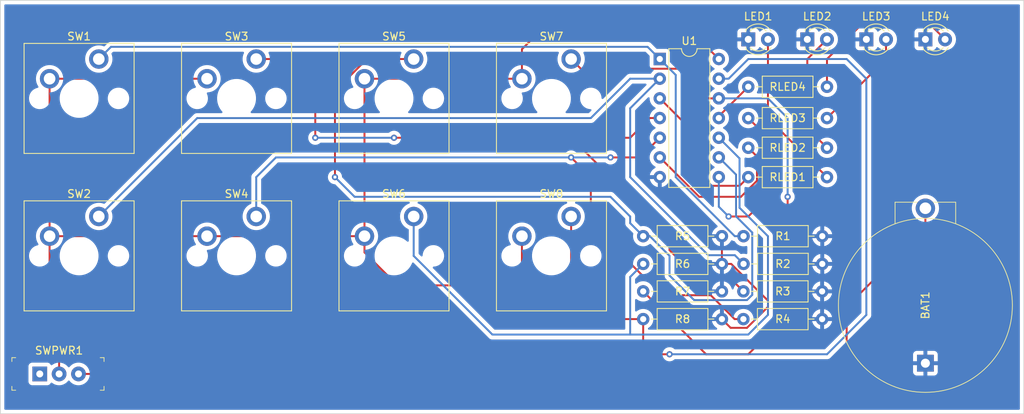
<source format=kicad_pcb>
(kicad_pcb (version 20211014) (generator pcbnew)
  (layers (0 "F.Cu" signal) (31 "B.Cu" signal) (34 "B.Paste" user) (35 "F.Paste" user) (36 "B.SilkS" user "B.Silkscreen") (37 "F.SilkS" user "F.Silkscreen") (38 "B.Mask" user) (39 "F.Mask" user) (44 "Edge.Cuts" user))
  (net 0 "")
  (net 1 "GND")
  (net 2 "+3.3V")
  (net 3 "Net-(LED1-Pad2)")
  (net 4 "Net-(LED2-Pad2)")
  (net 5 "Net-(LED3-Pad2)")
  (net 6 "Net-(LED4-Pad2)")
  (net 7 "Net-(RLED1-Pad1)")
  (net 8 "Net-(RLED2-Pad1)")
  (net 9 "Net-(RLED3-Pad1)")
  (net 10 "Net-(RLED4-Pad1)")
  (net 11 "Net-(U1-Pad1)")
  (net 12 "Net-(U1-Pad2)")
  (net 13 "Net-(U1-Pad4)")
  (net 14 "Net-(U1-Pad5)")
  (net 15 "Net-(U1-Pad9)")
  (net 16 "Net-(U1-Pad10)")
  (net 17 "Net-(U1-Pad12)")
  (net 18 "Net-(U1-Pad13)")
  (net 19 "Net-(BAT1-PadPos)")
  (footprint "Resistor_THT:R_Axial_DIN0207_L6.3mm_D2.5mm_P10.16mm_Horizontal" (layer "F.Cu") (at 127 52.09)
    (fp_text reference "RLED2" (at 5.08 0) (layer "F.SilkS"))
    (fp_text value "120")
    (fp_line (start 1.81 1.37) (end 8.35 1.37) (layer "F.SilkS") (width 0.12))
    (fp_line (start 9.12 0) (end 8.35 0) (layer "F.SilkS") (width 0.12))
    (fp_line (start 1.04 0) (end 1.81 0) (layer "F.SilkS") (width 0.12))
    (fp_line (start 8.35 -1.37) (end 1.81 -1.37) (layer "F.SilkS") (width 0.12))
    (fp_line (start 8.35 1.37) (end 8.35 -1.37) (layer "F.SilkS") (width 0.12))
    (fp_line (start 1.81 -1.37) (end 1.81 1.37) (layer "F.SilkS") (width 0.12))
    (pad "1" thru_hole circle (at 0 0) (size 1.6 1.6) (drill 0.8) (layers *.Cu *.Mask) (net 8 "Net-(RLED2-Pad1)"))
    (pad "2" thru_hole oval (at 10.16 0) (size 1.6 1.6) (drill 0.8) (layers *.Cu *.Mask) (net 4 "Net-(LED2-Pad2)"))
  )
  (footprint "Switch_Keyboard_Cherry_MX:SW_Cherry_MX_PCB_1.00u" (layer "F.Cu") (at 81.28 66.04)
    (fp_text reference "SW6" (at 0 -8) (layer "F.SilkS"))
    (fp_text value "SW_Push")
    (fp_line (start -7.1 -7.1) (end -7.1 7.1) (layer "F.SilkS") (width 0.12))
    (fp_line (start 7.1 -7.1) (end -7.1 -7.1) (layer "F.SilkS") (width 0.12))
    (fp_line (start 7.1 7.1) (end 7.1 -7.1) (layer "F.SilkS") (width 0.12))
    (fp_line (start -7.1 7.1) (end 7.1 7.1) (layer "F.SilkS") (width 0.12))
    (pad "" np_thru_hole circle locked (at 0 0) (size 4 4) (drill 4) (layers *.Cu *.Mask))
    (pad "" np_thru_hole circle locked (at 5.08 0) (size 1.75 1.75) (drill 1.75) (layers *.Cu *.Mask))
    (pad "" np_thru_hole circle locked (at -5.08 0) (size 1.75 1.75) (drill 1.75) (layers *.Cu *.Mask))
    (pad "1" thru_hole circle locked (at -3.81 -2.54) (size 2.5 2.5) (drill 1.5) (layers *.Cu *.Mask) (net 2 "+3.3V"))
    (pad "2" thru_hole circle locked (at 2.54 -5.08) (size 2.5 2.5) (drill 1.5) (layers *.Cu *.Mask) (net 16 "Net-(U1-Pad10)"))
  )
  (footprint "Switch_Keyboard_Cherry_MX:SW_Cherry_MX_PCB_1.00u" (layer "F.Cu") (at 60.96 66.04)
    (fp_text reference "SW4" (at 0 -8) (layer "F.SilkS"))
    (fp_text value "SW_Push")
    (fp_line (start -7.1 7.1) (end 7.1 7.1) (layer "F.SilkS") (width 0.12))
    (fp_line (start 7.1 7.1) (end 7.1 -7.1) (layer "F.SilkS") (width 0.12))
    (fp_line (start -7.1 -7.1) (end -7.1 7.1) (layer "F.SilkS") (width 0.12))
    (fp_line (start 7.1 -7.1) (end -7.1 -7.1) (layer "F.SilkS") (width 0.12))
    (pad "" np_thru_hole circle locked (at 5.08 0) (size 1.75 1.75) (drill 1.75) (layers *.Cu *.Mask))
    (pad "" np_thru_hole circle locked (at -5.08 0) (size 1.75 1.75) (drill 1.75) (layers *.Cu *.Mask))
    (pad "" np_thru_hole circle locked (at 0 0) (size 4 4) (drill 4) (layers *.Cu *.Mask))
    (pad "1" thru_hole circle locked (at -3.81 -2.54) (size 2.5 2.5) (drill 1.5) (layers *.Cu *.Mask) (net 2 "+3.3V"))
    (pad "2" thru_hole circle locked (at 2.54 -5.08) (size 2.5 2.5) (drill 1.5) (layers *.Cu *.Mask) (net 14 "Net-(U1-Pad5)"))
  )
  (footprint "digikey-footprints:Switch_Slide_11.6x4mm_EG1218" (layer "F.Cu") (at 35.56 81.28)
    (fp_text reference "SWPWR1" (at 2.49 -3.02) (layer "F.SilkS"))
    (fp_text value "SW_SPDT")
    (fp_line (start 8.3 -2.1) (end 7.8 -2.1) (layer "F.SilkS") (width 0.1))
    (fp_line (start 8.3 2.1) (end 8.3 1.6) (layer "F.SilkS") (width 0.1))
    (fp_line (start 8.3 2.1) (end 7.8 2.1) (layer "F.SilkS") (width 0.1))
    (fp_line (start 8.3 -2.1) (end 8.3 -1.6) (layer "F.SilkS") (width 0.1))
    (fp_line (start -3.6 2.1) (end -3.6 1.6) (layer "F.SilkS") (width 0.1))
    (fp_line (start -3.6 2.1) (end -3.1 2.1) (layer "F.SilkS") (width 0.1))
    (fp_line (start -3.6 -2.1) (end -3.1 -2.1) (layer "F.SilkS") (width 0.1))
    (fp_line (start -3.6 -2.1) (end -3.6 -1.6) (layer "F.SilkS") (width 0.1))
    (pad "1" thru_hole rect locked (at 0 0) (size 1.9 1.9) (drill 0.9) (layers *.Cu *.Mask))
    (pad "2" thru_hole circle locked (at 2.5 0) (size 1.9 1.9) (drill 0.9) (layers *.Cu *.Mask) (net 2 "+3.3V"))
    (pad "3" thru_hole circle locked (at 5 0) (size 1.9 1.9) (drill 0.9) (layers *.Cu *.Mask) (net 19 "Net-(BAT1-PadPos)"))
  )
  (footprint "Switch_Keyboard_Cherry_MX:SW_Cherry_MX_PCB_1.00u" (layer "F.Cu") (at 40.64 45.72)
    (fp_text reference "SW1" (at 0 -8) (layer "F.SilkS"))
    (fp_text value "SW_Push")
    (fp_line (start -7.1 7.1) (end 7.1 7.1) (layer "F.SilkS") (width 0.12))
    (fp_line (start 7.1 -7.1) (end -7.1 -7.1) (layer "F.SilkS") (width 0.12))
    (fp_line (start -7.1 -7.1) (end -7.1 7.1) (layer "F.SilkS") (width 0.12))
    (fp_line (start 7.1 7.1) (end 7.1 -7.1) (layer "F.SilkS") (width 0.12))
    (pad "" np_thru_hole circle locked (at -5.08 0) (size 1.75 1.75) (drill 1.75) (layers *.Cu *.Mask))
    (pad "" np_thru_hole circle locked (at 5.08 0) (size 1.75 1.75) (drill 1.75) (layers *.Cu *.Mask))
    (pad "" np_thru_hole circle locked (at 0 0) (size 4 4) (drill 4) (layers *.Cu *.Mask))
    (pad "1" thru_hole circle locked (at -3.81 -2.54) (size 2.5 2.5) (drill 1.5) (layers *.Cu *.Mask) (net 2 "+3.3V"))
    (pad "2" thru_hole circle locked (at 2.54 -5.08) (size 2.5 2.5) (drill 1.5) (layers *.Cu *.Mask) (net 11 "Net-(U1-Pad1)"))
  )
  (footprint "Switch_Keyboard_Cherry_MX:SW_Cherry_MX_PCB_1.00u" (layer "F.Cu") (at 81.28 45.72)
    (fp_text reference "SW5" (at 0 -8) (layer "F.SilkS"))
    (fp_text value "SW_Push")
    (fp_line (start -7.1 -7.1) (end -7.1 7.1) (layer "F.SilkS") (width 0.12))
    (fp_line (start 7.1 -7.1) (end -7.1 -7.1) (layer "F.SilkS") (width 0.12))
    (fp_line (start -7.1 7.1) (end 7.1 7.1) (layer "F.SilkS") (width 0.12))
    (fp_line (start 7.1 7.1) (end 7.1 -7.1) (layer "F.SilkS") (width 0.12))
    (pad "" np_thru_hole circle locked (at -5.08 0) (size 1.75 1.75) (drill 1.75) (layers *.Cu *.Mask))
    (pad "" np_thru_hole circle locked (at 5.08 0) (size 1.75 1.75) (drill 1.75) (layers *.Cu *.Mask))
    (pad "" np_thru_hole circle locked (at 0 0) (size 4 4) (drill 4) (layers *.Cu *.Mask))
    (pad "1" thru_hole circle locked (at -3.81 -2.54) (size 2.5 2.5) (drill 1.5) (layers *.Cu *.Mask) (net 2 "+3.3V"))
    (pad "2" thru_hole circle locked (at 2.54 -5.08) (size 2.5 2.5) (drill 1.5) (layers *.Cu *.Mask) (net 15 "Net-(U1-Pad9)"))
  )
  (footprint "Switch_Keyboard_Cherry_MX:SW_Cherry_MX_PCB_1.00u" (layer "F.Cu") (at 40.64 66.04)
    (fp_text reference "SW2" (at 0 -8) (layer "F.SilkS"))
    (fp_text value "SW_Push")
    (fp_line (start -7.1 -7.1) (end -7.1 7.1) (layer "F.SilkS") (width 0.12))
    (fp_line (start -7.1 7.1) (end 7.1 7.1) (layer "F.SilkS") (width 0.12))
    (fp_line (start 7.1 -7.1) (end -7.1 -7.1) (layer "F.SilkS") (width 0.12))
    (fp_line (start 7.1 7.1) (end 7.1 -7.1) (layer "F.SilkS") (width 0.12))
    (pad "" np_thru_hole circle locked (at -5.08 0) (size 1.75 1.75) (drill 1.75) (layers *.Cu *.Mask))
    (pad "" np_thru_hole circle locked (at 0 0) (size 4 4) (drill 4) (layers *.Cu *.Mask))
    (pad "" np_thru_hole circle locked (at 5.08 0) (size 1.75 1.75) (drill 1.75) (layers *.Cu *.Mask))
    (pad "1" thru_hole circle locked (at -3.81 -2.54) (size 2.5 2.5) (drill 1.5) (layers *.Cu *.Mask) (net 2 "+3.3V"))
    (pad "2" thru_hole circle locked (at 2.54 -5.08) (size 2.5 2.5) (drill 1.5) (layers *.Cu *.Mask) (net 12 "Net-(U1-Pad2)"))
  )
  (footprint "LED_THT:LED_D3.0mm" (layer "F.Cu") (at 149.86 38.1)
    (fp_text reference "LED4" (at 1.27 -2.96) (layer "F.SilkS"))
    (fp_text value "LED")
    (fp_line (start -0.29 1.08) (end -0.29 1.236) (layer "F.SilkS") (width 0.12))
    (fp_line (start -0.29 -1.236) (end -0.29 -1.08) (layer "F.SilkS") (width 0.12))
    (fp_arc (start -0.29 -1.235516) (mid 1.366487 -1.987659) (end 2.942335 -1.078608) (layer "F.SilkS") (width 0.12))
    (fp_arc (start 0.229039 -1.08) (mid 1.270117 -1.5) (end 2.31113 -1.079837) (layer "F.SilkS") (width 0.12))
    (fp_arc (start 2.31113 1.079837) (mid 1.270117 1.5) (end 0.229039 1.08) (layer "F.SilkS") (width 0.12))
    (fp_arc (start 2.942335 1.078608) (mid 1.366487 1.987659) (end -0.29 1.235516) (layer "F.SilkS") (width 0.12))
    (pad "1" thru_hole rect (at 0 0) (size 1.8 1.8) (drill 0.9) (layers *.Cu *.Mask) (net 1 "GND"))
    (pad "2" thru_hole circle (at 2.54 0) (size 1.8 1.8) (drill 0.9) (layers *.Cu *.Mask) (net 6 "Net-(LED4-Pad2)"))
  )
  (footprint "digikey-footprints:Battery_Holder_Coin_2032_BS-7" (layer "F.Cu") (at 149.86 79.8957 90)
    (fp_text reference "BAT1" (at 7.4676 0 90) (layer "F.SilkS"))
    (fp_text value "BS-7")
    (fp_line (start 20.7772 3.9116) (end 20.7772 1.0668) (layer "F.SilkS") (width 0.1))
    (fp_line (start 18.034 -3.9116) (end 20.7772 -3.9116) (layer "F.SilkS") (width 0.1))
    (fp_line (start 18.034 3.9116) (end 20.7772 3.9116) (layer "F.SilkS") (width 0.1))
    (fp_line (start 20.7772 -3.9116) (end 20.7772 -1.0668) (layer "F.SilkS") (width 0.1))
    (fp_circle (center 7.4676 0) (end -3.7592 0) (layer "F.SilkS") (width 0.1) (fill none))
    (pad "Neg" thru_hole rect locked (at 0 0 90) (size 2.17 2.17) (drill 1.17) (layers *.Cu *.Mask) (net 1 "GND"))
    (pad "Pos" thru_hole circle locked (at 20 0 90) (size 2.5 2.5) (drill 1.5) (layers *.Cu *.Mask) (net 19 "Net-(BAT1-PadPos)"))
  )
  (footprint "Package_DIP:DIP-14_W7.62mm" (layer "F.Cu") (at 115.58 40.635)
    (fp_text reference "U1" (at 3.81 -2.33) (layer "F.SilkS"))
    (fp_text value "74HC86")
    (fp_line (start 6.46 -1.33) (end 4.81 -1.33) (layer "F.SilkS") (width 0.12))
    (fp_line (start 2.81 -1.33) (end 1.16 -1.33) (layer "F.SilkS") (width 0.12))
    (fp_line (start 6.46 16.57) (end 6.46 -1.33) (layer "F.SilkS") (width 0.12))
    (fp_line (start 1.16 -1.33) (end 1.16 16.57) (layer "F.SilkS") (width 0.12))
    (fp_line (start 1.16 16.57) (end 6.46 16.57) (layer "F.SilkS") (width 0.12))
    (fp_arc (start 4.81 -1.33) (mid 3.81 -0.33) (end 2.81 -1.33) (layer "F.SilkS") (width 0.12))
    (pad "1" thru_hole rect (at 0 0) (size 1.6 1.6) (drill 0.8) (layers *.Cu *.Mask) (net 11 "Net-(U1-Pad1)"))
    (pad "2" thru_hole oval (at 0 2.54) (size 1.6 1.6) (drill 0.8) (layers *.Cu *.Mask) (net 12 "Net-(U1-Pad2)"))
    (pad "3" thru_hole oval (at 0 5.08) (size 1.6 1.6) (drill 0.8) (layers *.Cu *.Mask) (net 7 "Net-(RLED1-Pad1)"))
    (pad "4" thru_hole oval (at 0 7.62) (size 1.6 1.6) (drill 0.8) (layers *.Cu *.Mask) (net 13 "Net-(U1-Pad4)"))
    (pad "5" thru_hole oval (at 0 10.16) (size 1.6 1.6) (drill 0.8) (layers *.Cu *.Mask) (net 14 "Net-(U1-Pad5)"))
    (pad "6" thru_hole oval (at 0 12.7) (size 1.6 1.6) (drill 0.8) (layers *.Cu *.Mask) (net 8 "Net-(RLED2-Pad1)"))
    (pad "7" thru_hole oval (at 0 15.24) (size 1.6 1.6) (drill 0.8) (layers *.Cu *.Mask) (net 1 "GND"))
    (pad "8" thru_hole oval (at 7.62 15.24) (size 1.6 1.6) (drill 0.8) (layers *.Cu *.Mask) (net 9 "Net-(RLED3-Pad1)"))
    (pad "9" thru_hole oval (at 7.62 12.7) (size 1.6 1.6) (drill 0.8) (layers *.Cu *.Mask) (net 15 "Net-(U1-Pad9)"))
    (pad "10" thru_hole oval (at 7.62 10.16) (size 1.6 1.6) (drill 0.8) (layers *.Cu *.Mask) (net 16 "Net-(U1-Pad10)"))
    (pad "11" thru_hole oval (at 7.62 7.62) (size 1.6 1.6) (drill 0.8) (layers *.Cu *.Mask) (net 10 "Net-(RLED4-Pad1)"))
    (pad "12" thru_hole oval (at 7.62 5.08) (size 1.6 1.6) (drill 0.8) (layers *.Cu *.Mask) (net 17 "Net-(U1-Pad12)"))
    (pad "13" thru_hole oval (at 7.62 2.54) (size 1.6 1.6) (drill 0.8) (layers *.Cu *.Mask) (net 18 "Net-(U1-Pad13)"))
    (pad "14" thru_hole oval (at 7.62 0) (size 1.6 1.6) (drill 0.8) (layers *.Cu *.Mask) (net 2 "+3.3V"))
  )
  (footprint "Resistor_THT:R_Axial_DIN0207_L6.3mm_D2.5mm_P10.16mm_Horizontal" (layer "F.Cu") (at 127 48.26)
    (fp_text reference "RLED3" (at 5.08 0) (layer "F.SilkS"))
    (fp_text value "120")
    (fp_line (start 1.81 1.37) (end 8.35 1.37) (layer "F.SilkS") (width 0.12))
    (fp_line (start 9.12 0) (end 8.35 0) (layer "F.SilkS") (width 0.12))
    (fp_line (start 8.35 1.37) (end 8.35 -1.37) (layer "F.SilkS") (width 0.12))
    (fp_line (start 8.35 -1.37) (end 1.81 -1.37) (layer "F.SilkS") (width 0.12))
    (fp_line (start 1.81 -1.37) (end 1.81 1.37) (layer "F.SilkS") (width 0.12))
    (fp_line (start 1.04 0) (end 1.81 0) (layer "F.SilkS") (width 0.12))
    (pad "1" thru_hole circle (at 0 0) (size 1.6 1.6) (drill 0.8) (layers *.Cu *.Mask) (net 9 "Net-(RLED3-Pad1)"))
    (pad "2" thru_hole oval (at 10.16 0) (size 1.6 1.6) (drill 0.8) (layers *.Cu *.Mask) (net 5 "Net-(LED3-Pad2)"))
  )
  (footprint "Resistor_THT:R_Axial_DIN0207_L6.3mm_D2.5mm_P10.16mm_Horizontal" (layer "F.Cu") (at 126.39 67.08)
    (fp_text reference "R2" (at 5.08 0) (layer "F.SilkS"))
    (fp_text value "120")
    (fp_line (start 8.35 1.37) (end 8.35 -1.37) (layer "F.SilkS") (width 0.12))
    (fp_line (start 8.35 -1.37) (end 1.81 -1.37) (layer "F.SilkS") (width 0.12))
    (fp_line (start 9.12 0) (end 8.35 0) (layer "F.SilkS") (width 0.12))
    (fp_line (start 1.81 -1.37) (end 1.81 1.37) (layer "F.SilkS") (width 0.12))
    (fp_line (start 1.04 0) (end 1.81 0) (layer "F.SilkS") (width 0.12))
    (fp_line (start 1.81 1.37) (end 8.35 1.37) (layer "F.SilkS") (width 0.12))
    (pad "1" thru_hole circle (at 0 0) (size 1.6 1.6) (drill 0.8) (layers *.Cu *.Mask) (net 12 "Net-(U1-Pad2)"))
    (pad "2" thru_hole oval (at 10.16 0) (size 1.6 1.6) (drill 0.8) (layers *.Cu *.Mask) (net 1 "GND"))
  )
  (footprint "Resistor_THT:R_Axial_DIN0207_L6.3mm_D2.5mm_P10.16mm_Horizontal" (layer "F.Cu") (at 113.439338 74.204351)
    (fp_text reference "R8" (at 5.08 0) (layer "F.SilkS"))
    (fp_text value "120")
    (fp_line (start 1.81 1.37) (end 8.35 1.37) (layer "F.SilkS") (width 0.12))
    (fp_line (start 1.81 -1.37) (end 1.81 1.37) (layer "F.SilkS") (width 0.12))
    (fp_line (start 8.35 -1.37) (end 1.81 -1.37) (layer "F.SilkS") (width 0.12))
    (fp_line (start 8.35 1.37) (end 8.35 -1.37) (layer "F.SilkS") (width 0.12))
    (fp_line (start 9.12 0) (end 8.35 0) (layer "F.SilkS") (width 0.12))
    (fp_line (start 1.04 0) (end 1.81 0) (layer "F.SilkS") (width 0.12))
    (pad "1" thru_hole circle (at 0 0) (size 1.6 1.6) (drill 0.8) (layers *.Cu *.Mask) (net 18 "Net-(U1-Pad13)"))
    (pad "2" thru_hole oval (at 10.16 0) (size 1.6 1.6) (drill 0.8) (layers *.Cu *.Mask) (net 1 "GND"))
  )
  (footprint "Resistor_THT:R_Axial_DIN0207_L6.3mm_D2.5mm_P10.16mm_Horizontal" (layer "F.Cu") (at 127 44.22)
    (fp_text reference "RLED4" (at 5.08 0) (layer "F.SilkS"))
    (fp_text value "120")
    (fp_line (start 1.04 0) (end 1.81 0) (layer "F.SilkS") (width 0.12))
    (fp_line (start 8.35 1.37) (end 8.35 -1.37) (layer "F.SilkS") (width 0.12))
    (fp_line (start 1.81 1.37) (end 8.35 1.37) (layer "F.SilkS") (width 0.12))
    (fp_line (start 9.12 0) (end 8.35 0) (layer "F.SilkS") (width 0.12))
    (fp_line (start 8.35 -1.37) (end 1.81 -1.37) (layer "F.SilkS") (width 0.12))
    (fp_line (start 1.81 -1.37) (end 1.81 1.37) (layer "F.SilkS") (width 0.12))
    (pad "1" thru_hole circle (at 0 0) (size 1.6 1.6) (drill 0.8) (layers *.Cu *.Mask) (net 10 "Net-(RLED4-Pad1)"))
    (pad "2" thru_hole oval (at 10.16 0) (size 1.6 1.6) (drill 0.8) (layers *.Cu *.Mask) (net 6 "Net-(LED4-Pad2)"))
  )
  (footprint "Switch_Keyboard_Cherry_MX:SW_Cherry_MX_PCB_1.00u" (layer "F.Cu") (at 60.96 45.72)
    (fp_text reference "SW3" (at 0 -8) (layer "F.SilkS"))
    (fp_text value "SW_Push")
    (fp_line (start -7.1 7.1) (end 7.1 7.1) (layer "F.SilkS") (width 0.12))
    (fp_line (start 7.1 7.1) (end 7.1 -7.1) (layer "F.SilkS") (width 0.12))
    (fp_line (start -7.1 -7.1) (end -7.1 7.1) (layer "F.SilkS") (width 0.12))
    (fp_line (start 7.1 -7.1) (end -7.1 -7.1) (layer "F.SilkS") (width 0.12))
    (pad "" np_thru_hole circle locked (at 0 0) (size 4 4) (drill 4) (layers *.Cu *.Mask))
    (pad "" np_thru_hole circle locked (at -5.08 0) (size 1.75 1.75) (drill 1.75) (layers *.Cu *.Mask))
    (pad "" np_thru_hole circle locked (at 5.08 0) (size 1.75 1.75) (drill 1.75) (layers *.Cu *.Mask))
    (pad "1" thru_hole circle locked (at -3.81 -2.54) (size 2.5 2.5) (drill 1.5) (layers *.Cu *.Mask) (net 2 "+3.3V"))
    (pad "2" thru_hole circle locked (at 2.54 -5.08) (size 2.5 2.5) (drill 1.5) (layers *.Cu *.Mask) (net 13 "Net-(U1-Pad4)"))
  )
  (footprint "LED_THT:LED_D3.0mm" (layer "F.Cu") (at 134.62 38.1)
    (fp_text reference "LED2" (at 1.27 -2.96) (layer "F.SilkS"))
    (fp_text value "LED")
    (fp_line (start -0.29 1.08) (end -0.29 1.236) (layer "F.SilkS") (width 0.12))
    (fp_line (start -0.29 -1.236) (end -0.29 -1.08) (layer "F.SilkS") (width 0.12))
    (fp_arc (start 2.31113 1.079837) (mid 1.270117 1.5) (end 0.229039 1.08) (layer "F.SilkS") (width 0.12))
    (fp_arc (start 0.229039 -1.08) (mid 1.270117 -1.5) (end 2.31113 -1.079837) (layer "F.SilkS") (width 0.12))
    (fp_arc (start 2.942335 1.078608) (mid 1.366487 1.987659) (end -0.29 1.235516) (layer "F.SilkS") (width 0.12))
    (fp_arc (start -0.29 -1.235516) (mid 1.366487 -1.987659) (end 2.942335 -1.078608) (layer "F.SilkS") (width 0.12))
    (pad "1" thru_hole rect (at 0 0) (size 1.8 1.8) (drill 0.9) (layers *.Cu *.Mask) (net 1 "GND"))
    (pad "2" thru_hole circle (at 2.54 0) (size 1.8 1.8) (drill 0.9) (layers *.Cu *.Mask) (net 4 "Net-(LED2-Pad2)"))
  )
  (footprint "Resistor_THT:R_Axial_DIN0207_L6.3mm_D2.5mm_P10.16mm_Horizontal" (layer "F.Cu") (at 126.39 63.5)
    (fp_text reference "R1" (at 5.08 0) (layer "F.SilkS"))
    (fp_text value "120")
    (fp_line (start 1.04 0) (end 1.81 0) (layer "F.SilkS") (width 0.12))
    (fp_line (start 8.35 -1.37) (end 1.81 -1.37) (layer "F.SilkS") (width 0.12))
    (fp_line (start 8.35 1.37) (end 8.35 -1.37) (layer "F.SilkS") (width 0.12))
    (fp_line (start 9.12 0) (end 8.35 0) (layer "F.SilkS") (width 0.12))
    (fp_line (start 1.81 -1.37) (end 1.81 1.37) (layer "F.SilkS") (width 0.12))
    (fp_line (start 1.81 1.37) (end 8.35 1.37) (layer "F.SilkS") (width 0.12))
    (pad "1" thru_hole circle (at 0 0) (size 1.6 1.6) (drill 0.8) (layers *.Cu *.Mask) (net 11 "Net-(U1-Pad1)"))
    (pad "2" thru_hole oval (at 10.16 0) (size 1.6 1.6) (drill 0.8) (layers *.Cu *.Mask) (net 1 "GND"))
  )
  (footprint "Resistor_THT:R_Axial_DIN0207_L6.3mm_D2.5mm_P10.16mm_Horizontal" (layer "F.Cu") (at 113.439338 63.5)
    (fp_text reference "R5" (at 5.08 0) (layer "F.SilkS"))
    (fp_text value "120")
    (fp_line (start 1.04 0) (end 1.81 0) (layer "F.SilkS") (width 0.12))
    (fp_line (start 1.81 -1.37) (end 1.81 1.37) (layer "F.SilkS") (width 0.12))
    (fp_line (start 8.35 1.37) (end 8.35 -1.37) (layer "F.SilkS") (width 0.12))
    (fp_line (start 9.12 0) (end 8.35 0) (layer "F.SilkS") (width 0.12))
    (fp_line (start 8.35 -1.37) (end 1.81 -1.37) (layer "F.SilkS") (width 0.12))
    (fp_line (start 1.81 1.37) (end 8.35 1.37) (layer "F.SilkS") (width 0.12))
    (pad "1" thru_hole circle (at 0 0) (size 1.6 1.6) (drill 0.8) (layers *.Cu *.Mask) (net 15 "Net-(U1-Pad9)"))
    (pad "2" thru_hole oval (at 10.16 0) (size 1.6 1.6) (drill 0.8) (layers *.Cu *.Mask) (net 1 "GND"))
  )
  (footprint "LED_THT:LED_D3.0mm" (layer "F.Cu") (at 142.24 38.1)
    (fp_text reference "LED3" (at 1.27 -2.96) (layer "F.SilkS"))
    (fp_text value "LED")
    (fp_line (start -0.29 1.08) (end -0.29 1.236) (layer "F.SilkS") (width 0.12))
    (fp_line (start -0.29 -1.236) (end -0.29 -1.08) (layer "F.SilkS") (width 0.12))
    (fp_arc (start 2.942335 1.078608) (mid 1.366487 1.987659) (end -0.29 1.235516) (layer "F.SilkS") (width 0.12))
    (fp_arc (start 2.31113 1.079837) (mid 1.270117 1.5) (end 0.229039 1.08) (layer "F.SilkS") (width 0.12))
    (fp_arc (start 0.229039 -1.08) (mid 1.270117 -1.5) (end 2.31113 -1.079837) (layer "F.SilkS") (width 0.12))
    (fp_arc (start -0.29 -1.235516) (mid 1.366487 -1.987659) (end 2.942335 -1.078608) (layer "F.SilkS") (width 0.12))
    (pad "1" thru_hole rect (at 0 0) (size 1.8 1.8) (drill 0.9) (layers *.Cu *.Mask) (net 1 "GND"))
    (pad "2" thru_hole circle (at 2.54 0) (size 1.8 1.8) (drill 0.9) (layers *.Cu *.Mask) (net 5 "Net-(LED3-Pad2)"))
  )
  (footprint "Switch_Keyboard_Cherry_MX:SW_Cherry_MX_PCB_1.00u" (layer "F.Cu") (at 101.6 45.72)
    (fp_text reference "SW7" (at 0 -8) (layer "F.SilkS"))
    (fp_text value "SW_Push")
    (fp_line (start -7.1 -7.1) (end -7.1 7.1) (layer "F.SilkS") (width 0.12))
    (fp_line (start 7.1 7.1) (end 7.1 -7.1) (layer "F.SilkS") (width 0.12))
    (fp_line (start 7.1 -7.1) (end -7.1 -7.1) (layer "F.SilkS") (width 0.12))
    (fp_line (start -7.1 7.1) (end 7.1 7.1) (layer "F.SilkS") (width 0.12))
    (pad "" np_thru_hole circle locked (at 5.08 0) (size 1.75 1.75) (drill 1.75) (layers *.Cu *.Mask))
    (pad "" np_thru_hole circle locked (at -5.08 0) (size 1.75 1.75) (drill 1.75) (layers *.Cu *.Mask))
    (pad "" np_thru_hole circle locked (at 0 0) (size 4 4) (drill 4) (layers *.Cu *.Mask))
    (pad "1" thru_hole circle locked (at -3.81 -2.54) (size 2.5 2.5) (drill 1.5) (layers *.Cu *.Mask) (net 2 "+3.3V"))
    (pad "2" thru_hole circle locked (at 2.54 -5.08) (size 2.5 2.5) (drill 1.5) (layers *.Cu *.Mask) (net 17 "Net-(U1-Pad12)"))
  )
  (footprint "Resistor_THT:R_Axial_DIN0207_L6.3mm_D2.5mm_P10.16mm_Horizontal" (layer "F.Cu") (at 127 55.88)
    (fp_text reference "RLED1" (at 5.08 0) (layer "F.SilkS"))
    (fp_text value "120")
    (fp_line (start 1.81 -1.37) (end 1.81 1.37) (layer "F.SilkS") (width 0.12))
    (fp_line (start 8.35 1.37) (end 8.35 -1.37) (layer "F.SilkS") (width 0.12))
    (fp_line (start 1.04 0) (end 1.81 0) (layer "F.SilkS") (width 0.12))
    (fp_line (start 1.81 1.37) (end 8.35 1.37) (layer "F.SilkS") (width 0.12))
    (fp_line (start 9.12 0) (end 8.35 0) (layer "F.SilkS") (width 0.12))
    (fp_line (start 8.35 -1.37) (end 1.81 -1.37) (layer "F.SilkS") (width 0.12))
    (pad "1" thru_hole circle (at 0 0) (size 1.6 1.6) (drill 0.8) (layers *.Cu *.Mask) (net 7 "Net-(RLED1-Pad1)"))
    (pad "2" thru_hole oval (at 10.16 0) (size 1.6 1.6) (drill 0.8) (layers *.Cu *.Mask) (net 3 "Net-(LED1-Pad2)"))
  )
  (footprint "Resistor_THT:R_Axial_DIN0207_L6.3mm_D2.5mm_P10.16mm_Horizontal" (layer "F.Cu") (at 126.370603 74.204351)
    (fp_text reference "R4" (at 5.08 0) (layer "F.SilkS"))
    (fp_text value "120")
    (fp_line (start 1.04 0) (end 1.81 0) (layer "F.SilkS") (width 0.12))
    (fp_line (start 8.35 1.37) (end 8.35 -1.37) (layer "F.SilkS") (width 0.12))
    (fp_line (start 1.81 -1.37) (end 1.81 1.37) (layer "F.SilkS") (width 0.12))
    (fp_line (start 9.12 0) (end 8.35 0) (layer "F.SilkS") (width 0.12))
    (fp_line (start 8.35 -1.37) (end 1.81 -1.37) (layer "F.SilkS") (width 0.12))
    (fp_line (start 1.81 1.37) (end 8.35 1.37) (layer "F.SilkS") (width 0.12))
    (pad "1" thru_hole circle (at 0 0) (size 1.6 1.6) (drill 0.8) (layers *.Cu *.Mask) (net 14 "Net-(U1-Pad5)"))
    (pad "2" thru_hole oval (at 10.16 0) (size 1.6 1.6) (drill 0.8) (layers *.Cu *.Mask) (net 1 "GND"))
  )
  (footprint "Resistor_THT:R_Axial_DIN0207_L6.3mm_D2.5mm_P10.16mm_Horizontal" (layer "F.Cu") (at 113.439338 67.08)
    (fp_text reference "R6" (at 5.08 0) (layer "F.SilkS"))
    (fp_text value "120")
    (fp_line (start 1.81 -1.37) (end 1.81 1.37) (layer "F.SilkS") (width 0.12))
    (fp_line (start 9.12 0) (end 8.35 0) (layer "F.SilkS") (width 0.12))
    (fp_line (start 8.35 1.37) (end 8.35 -1.37) (layer "F.SilkS") (width 0.12))
    (fp_line (start 1.04 0) (end 1.81 0) (layer "F.SilkS") (width 0.12))
    (fp_line (start 1.81 1.37) (end 8.35 1.37) (layer "F.SilkS") (width 0.12))
    (fp_line (start 8.35 -1.37) (end 1.81 -1.37) (layer "F.SilkS") (width 0.12))
    (pad "1" thru_hole circle (at 0 0) (size 1.6 1.6) (drill 0.8) (layers *.Cu *.Mask) (net 16 "Net-(U1-Pad10)"))
    (pad "2" thru_hole oval (at 10.16 0) (size 1.6 1.6) (drill 0.8) (layers *.Cu *.Mask) (net 1 "GND"))
  )
  (footprint "Resistor_THT:R_Axial_DIN0207_L6.3mm_D2.5mm_P10.16mm_Horizontal" (layer "F.Cu") (at 113.439338 70.624351)
    (fp_text reference "R7" (at 5.08 0) (layer "F.SilkS"))
    (fp_text value "120")
    (fp_line (start 1.04 0) (end 1.81 0) (layer "F.SilkS") (width 0.12))
    (fp_line (start 1.81 -1.37) (end 1.81 1.37) (layer "F.SilkS") (width 0.12))
    (fp_line (start 1.81 1.37) (end 8.35 1.37) (layer "F.SilkS") (width 0.12))
    (fp_line (start 8.35 1.37) (end 8.35 -1.37) (layer "F.SilkS") (width 0.12))
    (fp_line (start 8.35 -1.37) (end 1.81 -1.37) (layer "F.SilkS") (width 0.12))
    (fp_line (start 9.12 0) (end 8.35 0) (layer "F.SilkS") (width 0.12))
    (pad "1" thru_hole circle (at 0 0) (size 1.6 1.6) (drill 0.8) (layers *.Cu *.Mask) (net 17 "Net-(U1-Pad12)"))
    (pad "2" thru_hole oval (at 10.16 0) (size 1.6 1.6) (drill 0.8) (layers *.Cu *.Mask) (net 1 "GND"))
  )
  (footprint "LED_THT:LED_D3.0mm" (layer "F.Cu") (at 127 38.1)
    (fp_text reference "LED1" (at 1.27 -2.96) (layer "F.SilkS"))
    (fp_text value "LED")
    (fp_line (start -0.29 1.08) (end -0.29 1.236) (layer "F.SilkS") (width 0.12))
    (fp_line (start -0.29 -1.236) (end -0.29 -1.08) (layer "F.SilkS") (width 0.12))
    (fp_arc (start 2.942335 1.078608) (mid 1.366487 1.987659) (end -0.29 1.235516) (layer "F.SilkS") (width 0.12))
    (fp_arc (start 2.31113 1.079837) (mid 1.270117 1.5) (end 0.229039 1.08) (layer "F.SilkS") (width 0.12))
    (fp_arc (start -0.29 -1.235516) (mid 1.366487 -1.987659) (end 2.942335 -1.078608) (layer "F.SilkS") (width 0.12))
    (fp_arc (start 0.229039 -1.08) (mid 1.270117 -1.5) (end 2.31113 -1.079837) (layer "F.SilkS") (width 0.12))
    (pad "1" thru_hole rect (at 0 0) (size 1.8 1.8) (drill 0.9) (layers *.Cu *.Mask) (net 1 "GND"))
    (pad "2" thru_hole circle (at 2.54 0) (size 1.8 1.8) (drill 0.9) (layers *.Cu *.Mask) (net 3 "Net-(LED1-Pad2)"))
  )
  (footprint "Switch_Keyboard_Cherry_MX:SW_Cherry_MX_PCB_1.00u" (layer "F.Cu") (at 101.6 66.04)
    (fp_text reference "SW8" (at 0 -8) (layer "F.SilkS"))
    (fp_text value "SW_Push")
    (fp_line (start -7.1 -7.1) (end -7.1 7.1) (layer "F.SilkS") (width 0.12))
    (fp_line (start 7.1 -7.1) (end -7.1 -7.1) (layer "F.SilkS") (width 0.12))
    (fp_line (start 7.1 7.1) (end 7.1 -7.1) (layer "F.SilkS") (width 0.12))
    (fp_line (start -7.1 7.1) (end 7.1 7.1) (layer "F.SilkS") (width 0.12))
    (pad "" np_thru_hole circle locked (at 5.08 0) (size 1.75 1.75) (drill 1.75) (layers *.Cu *.Mask))
    (pad "" np_thru_hole circle locked (at -5.08 0) (size 1.75 1.75) (drill 1.75) (layers *.Cu *.Mask))
    (pad "" np_thru_hole circle locked (at 0 0) (size 4 4) (drill 4) (layers *.Cu *.Mask))
    (pad "1" thru_hole circle locked (at -3.81 -2.54) (size 2.5 2.5) (drill 1.5) (layers *.Cu *.Mask) (net 2 "+3.3V"))
    (pad "2" thru_hole circle locked (at 2.54 -5.08) (size 2.5 2.5) (drill 1.5) (layers *.Cu *.Mask) (net 18 "Net-(U1-Pad13)"))
  )
  (footprint "Resistor_THT:R_Axial_DIN0207_L6.3mm_D2.5mm_P10.16mm_Horizontal" (layer "F.Cu") (at 126.370603 70.624351)
    (fp_text reference "R3" (at 5.08 0) (layer "F.SilkS"))
    (fp_text value "120")
    (fp_line (start 1.04 0) (end 1.81 0) (layer "F.SilkS") (width 0.12))
    (fp_line (start 9.12 0) (end 8.35 0) (layer "F.SilkS") (width 0.12))
    (fp_line (start 1.81 1.37) (end 8.35 1.37) (layer "F.SilkS") (width 0.12))
    (fp_line (start 8.35 -1.37) (end 1.81 -1.37) (layer "F.SilkS") (width 0.12))
    (fp_line (start 1.81 -1.37) (end 1.81 1.37) (layer "F.SilkS") (width 0.12))
    (fp_line (start 8.35 1.37) (end 8.35 -1.37) (layer "F.SilkS") (width 0.12))
    (pad "1" thru_hole circle (at 0 0) (size 1.6 1.6) (drill 0.8) (layers *.Cu *.Mask) (net 13 "Net-(U1-Pad4)"))
    (pad "2" thru_hole oval (at 10.16 0) (size 1.6 1.6) (drill 0.8) (layers *.Cu *.Mask) (net 1 "GND"))
  )
  (gr_rect (start 30.48 33.0781) (end 162.56 86.4181) (layer "Edge.Cuts") (width 0.1) (fill none))
  (segment (start 129.54 72.625945) (end 129.54 71.820991) (width 0.25) (layer "F.Cu") (net 1))
  (segment (start 126.836594 75.329351) (end 129.54 72.625945) (width 0.25) (layer "F.Cu") (net 1))
  (segment (start 123.599338 63.5) (end 123.599338 67.08) (width 0.25) (layer "F.Cu") (net 1))
  (segment (start 124.724338 75.329351) (end 126.836594 75.329351) (width 0.25) (layer "F.Cu") (net 1))
  (segment (start 123.599338 74.204351) (end 124.724338 75.329351) (width 0.25) (layer "F.Cu") (net 1))
  (segment (start 124.799009 67.08) (end 123.599338 67.08) (width 0.25) (layer "F.Cu") (net 1))
  (segment (start 129.54 71.820991) (end 124.799009 67.08) (width 0.25) (layer "F.Cu") (net 1))
  (segment (start 36.83 72.39) (end 38.1 73.66) (width 0.25) (layer "F.Cu") (net 2))
  (segment (start 97.79 63.5) (end 97.79 67.31) (width 0.25) (layer "F.Cu") (net 2))
  (segment (start 57.15 63.5) (end 36.83 63.5) (width 0.25) (layer "F.Cu") (net 2))
  (segment (start 38.1 73.66) (end 38.06 73.7) (width 0.25) (layer "F.Cu") (net 2))
  (segment (start 100.32 36.84) (end 97.79 39.37) (width 0.25) (layer "F.Cu") (net 2))
  (segment (start 77.47 43.18) (end 77.47 63.5) (width 0.25) (layer "F.Cu") (net 2))
  (segment (start 77.47 65.588759) (end 77.47 63.5) (width 0.25) (layer "F.Cu") (net 2))
  (segment (start 36.83 63.5) (end 36.83 72.39) (width 0.25) (layer "F.Cu") (net 2))
  (segment (start 77.47 43.18) (end 97.79 43.18) (width 0.25) (layer "F.Cu") (net 2))
  (segment (start 38.06 73.7) (end 38.06 81.28) (width 0.25) (layer "F.Cu") (net 2))
  (segment (start 95.25 69.85) (end 81.731241 69.85) (width 0.25) (layer "F.Cu") (net 2))
  (segment (start 119.405 36.84) (end 100.32 36.84) (width 0.25) (layer "F.Cu") (net 2))
  (segment (start 97.79 39.37) (end 97.79 43.18) (width 0.25) (layer "F.Cu") (net 2))
  (segment (start 123.2 40.635) (end 119.405 36.84) (width 0.25) (layer "F.Cu") (net 2))
  (segment (start 77.47 63.5) (end 57.15 63.5) (width 0.25) (layer "F.Cu") (net 2))
  (segment (start 81.731241 69.85) (end 77.47 65.588759) (width 0.25) (layer "F.Cu") (net 2))
  (segment (start 36.83 43.18) (end 57.15 43.18) (width 0.25) (layer "F.Cu") (net 2))
  (segment (start 36.83 43.18) (end 36.83 63.5) (width 0.25) (layer "F.Cu") (net 2))
  (segment (start 97.79 67.31) (end 95.25 69.85) (width 0.25) (layer "F.Cu") (net 2))
  (segment (start 129.54 48.26) (end 137.16 55.88) (width 0.25) (layer "F.Cu") (net 3))
  (segment (start 129.54 38.1) (end 129.54 48.26) (width 0.25) (layer "F.Cu") (net 3))
  (segment (start 134.62 49.55) (end 134.62 40.64) (width 0.25) (layer "F.Cu") (net 4))
  (segment (start 137.16 52.09) (end 134.62 49.55) (width 0.25) (layer "F.Cu") (net 4))
  (segment (start 134.62 40.64) (end 137.16 38.1) (width 0.25) (layer "F.Cu") (net 4))
  (segment (start 137.16 48.26) (end 144.78 40.64) (width 0.25) (layer "F.Cu") (net 5))
  (segment (start 144.78 40.64) (end 144.78 38.1) (width 0.25) (layer "F.Cu") (net 5))
  (segment (start 137.16 40.64) (end 142.24 35.56) (width 0.25) (layer "F.Cu") (net 6))
  (segment (start 142.24 35.56) (end 149.86 35.56) (width 0.25) (layer "F.Cu") (net 6))
  (segment (start 149.86 35.56) (end 152.4 38.1) (width 0.25) (layer "F.Cu") (net 6))
  (segment (start 137.16 44.22) (end 137.16 40.64) (width 0.25) (layer "F.Cu") (net 6))
  (segment (start 125.88 57) (end 120.5 57) (width 0.25) (layer "F.Cu") (net 7))
  (segment (start 120.5 57) (end 119.38 55.88) (width 0.25) (layer "F.Cu") (net 7))
  (segment (start 119.38 49.515) (end 115.58 45.715) (width 0.25) (layer "F.Cu") (net 7))
  (segment (start 119.38 55.88) (end 119.38 49.515) (width 0.25) (layer "F.Cu") (net 7))
  (segment (start 127 55.88) (end 125.88 57) (width 0.25) (layer "F.Cu") (net 7))
  (segment (start 127 52.09) (end 128.125 53.215) (width 0.25) (layer "F.Cu") (net 8))
  (segment (start 128.125 56.345991) (end 126.050991 58.42) (width 0.25) (layer "F.Cu") (net 8))
  (segment (start 128.125 53.215) (end 128.125 56.345991) (width 0.25) (layer "F.Cu") (net 8))
  (segment (start 126.050991 58.42) (end 120.665 58.42) (width 0.25) (layer "F.Cu") (net 8))
  (segment (start 120.665 58.42) (end 115.58 53.335) (width 0.25) (layer "F.Cu") (net 8))
  (segment (start 124.46 60.96) (end 127 60.96) (width 0.25) (layer "F.Cu") (net 9))
  (segment (start 129.54 50.8) (end 127 48.26) (width 0.25) (layer "F.Cu") (net 9))
  (segment (start 127 60.96) (end 129.54 58.42) (width 0.25) (layer "F.Cu") (net 9))
  (segment (start 129.54 58.42) (end 129.54 50.8) (width 0.25) (layer "F.Cu") (net 9))
  (via (at 124.46 60.96) (size 0.8) (drill 0.4) (layers "F.Cu" "B.Cu") (net 9))
  (segment (start 123.2 59.7) (end 124.46 60.96) (width 0.25) (layer "B.Cu") (net 9))
  (segment (start 123.2 55.875) (end 123.2 59.7) (width 0.25) (layer "B.Cu") (net 9))
  (segment (start 123.2 48.02) (end 123.2 48.255) (width 0.25) (layer "F.Cu") (net 10))
  (segment (start 127 44.22) (end 123.2 48.02) (width 0.25) (layer "F.Cu") (net 10))
  (segment (start 115.58 40.635) (end 114.01 39.065) (width 0.25) (layer "B.Cu") (net 11))
  (segment (start 117.63863 42.69363) (end 115.58 40.635) (width 0.25) (layer "B.Cu") (net 11))
  (segment (start 117.63863 55.88) (end 117.63863 42.69363) (width 0.25) (layer "B.Cu") (net 11))
  (segment (start 125.25863 63.5) (end 117.63863 55.88) (width 0.25) (layer "B.Cu") (net 11))
  (segment (start 44.755 39.065) (end 43.18 40.64) (width 0.25) (layer "B.Cu") (net 11))
  (segment (start 126.39 63.5) (end 125.25863 63.5) (width 0.25) (layer "B.Cu") (net 11))
  (segment (start 114.01 39.065) (end 44.755 39.065) (width 0.25) (layer "B.Cu") (net 11))
  (segment (start 111.76 46.995) (end 115.58 43.175) (width 0.25) (layer "B.Cu") (net 12))
  (segment (start 121.835 65.955) (end 111.76 55.88) (width 0.25) (layer "B.Cu") (net 12))
  (segment (start 111.76 55.88) (end 111.76 46.995) (width 0.25) (layer "B.Cu") (net 12))
  (segment (start 106.68 48.26) (end 55.88 48.26) (width 0.25) (layer "B.Cu") (net 12))
  (segment (start 125.265 65.955) (end 121.835 65.955) (width 0.25) (layer "B.Cu") (net 12))
  (segment (start 111.765 43.175) (end 106.68 48.26) (width 0.25) (layer "B.Cu") (net 12))
  (segment (start 55.88 48.26) (end 43.18 60.96) (width 0.25) (layer "B.Cu") (net 12))
  (segment (start 115.58 43.175) (end 111.765 43.175) (width 0.25) (layer "B.Cu") (net 12))
  (segment (start 126.39 67.08) (end 125.265 65.955) (width 0.25) (layer "B.Cu") (net 12))
  (segment (start 66.04 40.64) (end 68.58 43.18) (width 0.25) (layer "F.Cu") (net 13))
  (segment (start 104.14 50.8) (end 111.76 50.8) (width 0.25) (layer "F.Cu") (net 13))
  (segment (start 120.110329 68.58) (end 116.84 65.309671) (width 0.25) (layer "F.Cu") (net 13))
  (segment (start 124.326252 68.58) (end 120.110329 68.58) (width 0.25) (layer "F.Cu") (net 13))
  (segment (start 111.76 50.8) (end 114.305 48.255) (width 0.25) (layer "F.Cu") (net 13))
  (segment (start 81.28 50.8) (end 104.14 50.8) (width 0.25) (layer "F.Cu") (net 13))
  (segment (start 116.84 65.309671) (end 116.84 63.5) (width 0.25) (layer "F.Cu") (net 13))
  (segment (start 68.58 43.18) (end 71.12 45.72) (width 0.25) (layer "F.Cu") (net 13))
  (segment (start 116.84 63.5) (end 104.14 50.8) (width 0.25) (layer "F.Cu") (net 13))
  (segment (start 126.370603 70.624351) (end 124.326252 68.58) (width 0.25) (layer "F.Cu") (net 13))
  (segment (start 71.12 45.72) (end 71.12 50.8) (width 0.25) (layer "F.Cu") (net 13))
  (segment (start 114.305 48.255) (end 115.58 48.255) (width 0.25) (layer "F.Cu") (net 13))
  (segment (start 63.5 40.64) (end 66.04 40.64) (width 0.25) (layer "F.Cu") (net 13))
  (via (at 71.12 50.8) (size 0.8) (drill 0.4) (layers "F.Cu" "B.Cu") (net 13))
  (via (at 81.28 50.8) (size 0.8) (drill 0.4) (layers "F.Cu" "B.Cu") (net 13))
  (segment (start 71.12 50.8) (end 81.28 50.8) (width 0.25) (layer "B.Cu") (net 13))
  (segment (start 106.68 61.911653) (end 106.68 55.88) (width 0.25) (layer "F.Cu") (net 14))
  (segment (start 126.370603 74.204351) (end 125.239233 74.204351) (width 0.25) (layer "F.Cu") (net 14))
  (segment (start 125.239233 74.204351) (end 122.154882 71.12) (width 0.25) (layer "F.Cu") (net 14))
  (segment (start 113.348347 68.58) (end 106.68 61.911653) (width 0.25) (layer "F.Cu") (net 14))
  (segment (start 122.154882 71.12) (end 116.84 71.12) (width 0.25) (layer "F.Cu") (net 14))
  (segment (start 113.035 53.34) (end 109.22 53.34) (width 0.25) (layer "F.Cu") (net 14))
  (segment (start 116.84 71.12) (end 114.3 68.58) (width 0.25) (layer "F.Cu") (net 14))
  (segment (start 115.58 50.795) (end 113.035 53.34) (width 0.25) (layer "F.Cu") (net 14))
  (segment (start 106.68 55.88) (end 104.14 53.34) (width 0.25) (layer "F.Cu") (net 14))
  (segment (start 114.3 68.58) (end 113.348347 68.58) (width 0.25) (layer "F.Cu") (net 14))
  (via (at 109.22 53.34) (size 0.8) (drill 0.4) (layers "F.Cu" "B.Cu") (net 14))
  (via (at 104.14 53.34) (size 0.8) (drill 0.4) (layers "F.Cu" "B.Cu") (net 14))
  (segment (start 66.04 53.34) (end 63.5 55.88) (width 0.25) (layer "B.Cu") (net 14))
  (segment (start 63.5 55.88) (end 63.5 60.96) (width 0.25) (layer "B.Cu") (net 14))
  (segment (start 109.22 53.34) (end 66.04 53.34) (width 0.25) (layer "B.Cu") (net 14))
  (segment (start 77.782613 40.64) (end 73.66 44.762613) (width 0.25) (layer "F.Cu") (net 15))
  (segment (start 83.82 40.64) (end 77.782613 40.64) (width 0.25) (layer "F.Cu") (net 15))
  (segment (start 73.66 44.762613) (end 73.66 55.88) (width 0.25) (layer "F.Cu") (net 15))
  (via (at 73.66 55.88) (size 0.8) (drill 0.4) (layers "F.Cu" "B.Cu") (net 15))
  (segment (start 73.66 55.88) (end 76.2 58.42) (width 0.25) (layer "B.Cu") (net 15))
  (segment (start 109.22 58.42) (end 111.76 60.96) (width 0.25) (layer "B.Cu") (net 15))
  (segment (start 116.84 68.58) (end 120.009351 71.749351) (width 0.25) (layer "B.Cu") (net 15))
  (segment (start 113.439338 63.5) (end 114.3 63.5) (width 0.25) (layer "B.Cu") (net 15))
  (segment (start 114.3 63.5) (end 116.84 66.04) (width 0.25) (layer "B.Cu") (net 15))
  (segment (start 111.76 60.96) (end 111.76 61.820662) (width 0.25) (layer "B.Cu") (net 15))
  (segment (start 125.425 60.944009) (end 125.425 55.56) (width 0.25) (layer "B.Cu") (net 15))
  (segment (start 111.76 61.820662) (end 113.439338 63.5) (width 0.25) (layer "B.Cu") (net 15))
  (segment (start 127.515 71.070945) (end 127.515 63.034009) (width 0.25) (layer "B.Cu") (net 15))
  (segment (start 127.515 63.034009) (end 125.425 60.944009) (width 0.25) (layer "B.Cu") (net 15))
  (segment (start 76.2 58.42) (end 109.22 58.42) (width 0.25) (layer "B.Cu") (net 15))
  (segment (start 125.425 55.56) (end 123.2 53.335) (width 0.25) (layer "B.Cu") (net 15))
  (segment (start 116.84 66.04) (end 116.84 68.58) (width 0.25) (layer "B.Cu") (net 15))
  (segment (start 120.009351 71.749351) (end 126.836594 71.749351) (width 0.25) (layer "B.Cu") (net 15))
  (segment (start 126.836594 71.749351) (end 127.515 71.070945) (width 0.25) (layer "B.Cu") (net 15))
  (segment (start 129.54 73.66) (end 127 76.2) (width 0.25) (layer "B.Cu") (net 16))
  (segment (start 111.76 68.759338) (end 111.76 76.2) (width 0.25) (layer "B.Cu") (net 16))
  (segment (start 83.82 66.04) (end 83.82 60.96) (width 0.25) (layer "B.Cu") (net 16))
  (segment (start 93.98 76.2) (end 83.82 66.04) (width 0.25) (layer "B.Cu") (net 16))
  (segment (start 125.875 59.835) (end 129.54 63.5) (width 0.25) (layer "B.Cu") (net 16))
  (segment (start 123.2 50.795) (end 125.875 53.47) (width 0.25) (layer "B.Cu") (net 16))
  (segment (start 125.875 53.47) (end 125.875 59.835) (width 0.25) (layer "B.Cu") (net 16))
  (segment (start 129.54 63.5) (end 129.54 73.66) (width 0.25) (layer "B.Cu") (net 16))
  (segment (start 111.76 76.2) (end 93.98 76.2) (width 0.25) (layer "B.Cu") (net 16))
  (segment (start 113.439338 67.08) (end 111.76 68.759338) (width 0.25) (layer "B.Cu") (net 16))
  (segment (start 127 76.2) (end 111.76 76.2) (width 0.25) (layer "B.Cu") (net 16))
  (segment (start 121.915 45.715) (end 123.2 45.715) (width 0.25) (layer "F.Cu") (net 17))
  (segment (start 132.08 73.66) (end 132.08 58.42) (width 0.25) (layer "F.Cu") (net 17))
  (segment (start 127 78.74) (end 132.08 73.66) (width 0.25) (layer "F.Cu") (net 17))
  (segment (start 104.14 40.64) (end 105.389999 41.889999) (width 0.25) (layer "F.Cu") (net 17))
  (segment (start 113.439338 70.624351) (end 121.554987 78.74) (width 0.25) (layer "F.Cu") (net 17))
  (segment (start 105.389999 41.889999) (end 118.089999 41.889999) (width 0.25) (layer "F.Cu") (net 17))
  (segment (start 118.089999 41.889999) (end 121.915 45.715) (width 0.25) (layer "F.Cu") (net 17))
  (segment (start 121.554987 78.74) (end 127 78.74) (width 0.25) (layer "F.Cu") (net 17))
  (via (at 132.08 58.42) (size 0.8) (drill 0.4) (layers "F.Cu" "B.Cu") (net 17))
  (segment (start 132.08 58.42) (end 132.08 48.26) (width 0.25) (layer "B.Cu") (net 17))
  (segment (start 129.535 45.715) (end 123.2 45.715) (width 0.25) (layer "B.Cu") (net 17))
  (segment (start 132.08 48.26) (end 129.535 45.715) (width 0.25) (layer "B.Cu") (net 17))
  (segment (start 104.14 71.12) (end 107.224351 74.204351) (width 0.25) (layer "F.Cu") (net 18))
  (segment (start 104.14 60.96) (end 104.14 71.12) (width 0.25) (layer "F.Cu") (net 18))
  (segment (start 113.439338 74.204351) (end 113.439338 77.879338) (width 0.25) (layer "F.Cu") (net 18))
  (segment (start 114.3 78.74) (end 116.84 78.74) (width 0.25) (layer "F.Cu") (net 18))
  (segment (start 113.439338 77.879338) (end 114.3 78.74) (width 0.25) (layer "F.Cu") (net 18))
  (segment (start 107.224351 74.204351) (end 113.439338 74.204351) (width 0.25) (layer "F.Cu") (net 18))
  (via (at 116.84 78.74) (size 0.8) (drill 0.4) (layers "F.Cu" "B.Cu") (net 18))
  (segment (start 139.7 40.64) (end 142.24 43.18) (width 0.25) (layer "B.Cu") (net 18))
  (segment (start 127 40.64) (end 139.7 40.64) (width 0.25) (layer "B.Cu") (net 18))
  (segment (start 142.24 43.18) (end 142.24 73.66) (width 0.25) (layer "B.Cu") (net 18))
  (segment (start 142.24 73.66) (end 137.16 78.74) (width 0.25) (layer "B.Cu") (net 18))
  (segment (start 123.2 43.175) (end 124.465 43.175) (width 0.25) (layer "B.Cu") (net 18))
  (segment (start 124.465 43.175) (end 127 40.64) (width 0.25) (layer "B.Cu") (net 18))
  (segment (start 137.16 78.74) (end 116.84 78.74) (width 0.25) (layer "B.Cu") (net 18))
  (segment (start 149.86 59.8957) (end 149.86 62.465945) (width 0.25) (layer "F.Cu") (net 19))
  (segment (start 139.7 72.625945) (end 139.7 78.74) (width 0.25) (layer "F.Cu") (net 19))
  (segment (start 137.16 81.28) (end 40.56 81.28) (width 0.25) (layer "F.Cu") (net 19))
  (segment (start 149.86 62.465945) (end 139.7 72.625945) (width 0.25) (layer "F.Cu") (net 19))
  (segment (start 139.7 78.74) (end 137.16 81.28) (width 0.25) (layer "F.Cu") (net 19))
  (zone (net 1) (net_name "GND") (layer "B.Cu") (connect_pads (clearance 0.508)) (min_thickness 0.254) (fill yes (thermal_gap 0.508) (thermal_bridge_width 0.508))
    (polygon (pts (xy 162.56 86.36) (xy 30.48 86.36) (xy 30.48 33.02) (xy 162.56 33.02)))
  )
)
</source>
